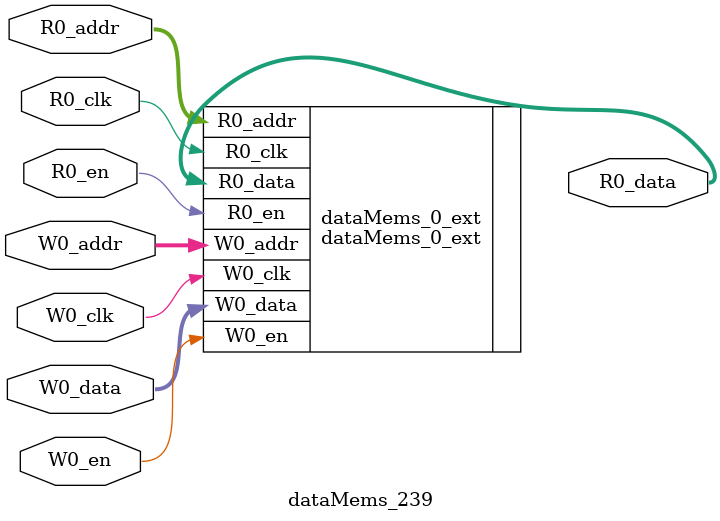
<source format=sv>
`ifndef RANDOMIZE
  `ifdef RANDOMIZE_REG_INIT
    `define RANDOMIZE
  `endif // RANDOMIZE_REG_INIT
`endif // not def RANDOMIZE
`ifndef RANDOMIZE
  `ifdef RANDOMIZE_MEM_INIT
    `define RANDOMIZE
  `endif // RANDOMIZE_MEM_INIT
`endif // not def RANDOMIZE

`ifndef RANDOM
  `define RANDOM $random
`endif // not def RANDOM

// Users can define 'PRINTF_COND' to add an extra gate to prints.
`ifndef PRINTF_COND_
  `ifdef PRINTF_COND
    `define PRINTF_COND_ (`PRINTF_COND)
  `else  // PRINTF_COND
    `define PRINTF_COND_ 1
  `endif // PRINTF_COND
`endif // not def PRINTF_COND_

// Users can define 'ASSERT_VERBOSE_COND' to add an extra gate to assert error printing.
`ifndef ASSERT_VERBOSE_COND_
  `ifdef ASSERT_VERBOSE_COND
    `define ASSERT_VERBOSE_COND_ (`ASSERT_VERBOSE_COND)
  `else  // ASSERT_VERBOSE_COND
    `define ASSERT_VERBOSE_COND_ 1
  `endif // ASSERT_VERBOSE_COND
`endif // not def ASSERT_VERBOSE_COND_

// Users can define 'STOP_COND' to add an extra gate to stop conditions.
`ifndef STOP_COND_
  `ifdef STOP_COND
    `define STOP_COND_ (`STOP_COND)
  `else  // STOP_COND
    `define STOP_COND_ 1
  `endif // STOP_COND
`endif // not def STOP_COND_

// Users can define INIT_RANDOM as general code that gets injected into the
// initializer block for modules with registers.
`ifndef INIT_RANDOM
  `define INIT_RANDOM
`endif // not def INIT_RANDOM

// If using random initialization, you can also define RANDOMIZE_DELAY to
// customize the delay used, otherwise 0.002 is used.
`ifndef RANDOMIZE_DELAY
  `define RANDOMIZE_DELAY 0.002
`endif // not def RANDOMIZE_DELAY

// Define INIT_RANDOM_PROLOG_ for use in our modules below.
`ifndef INIT_RANDOM_PROLOG_
  `ifdef RANDOMIZE
    `ifdef VERILATOR
      `define INIT_RANDOM_PROLOG_ `INIT_RANDOM
    `else  // VERILATOR
      `define INIT_RANDOM_PROLOG_ `INIT_RANDOM #`RANDOMIZE_DELAY begin end
    `endif // VERILATOR
  `else  // RANDOMIZE
    `define INIT_RANDOM_PROLOG_
  `endif // RANDOMIZE
`endif // not def INIT_RANDOM_PROLOG_

// Include register initializers in init blocks unless synthesis is set
`ifndef SYNTHESIS
  `ifndef ENABLE_INITIAL_REG_
    `define ENABLE_INITIAL_REG_
  `endif // not def ENABLE_INITIAL_REG_
`endif // not def SYNTHESIS

// Include rmemory initializers in init blocks unless synthesis is set
`ifndef SYNTHESIS
  `ifndef ENABLE_INITIAL_MEM_
    `define ENABLE_INITIAL_MEM_
  `endif // not def ENABLE_INITIAL_MEM_
`endif // not def SYNTHESIS

module dataMems_239(	// @[generators/ara/src/main/scala/UnsafeAXI4ToTL.scala:365:62]
  input  [4:0]  R0_addr,
  input         R0_en,
  input         R0_clk,
  output [66:0] R0_data,
  input  [4:0]  W0_addr,
  input         W0_en,
  input         W0_clk,
  input  [66:0] W0_data
);

  dataMems_0_ext dataMems_0_ext (	// @[generators/ara/src/main/scala/UnsafeAXI4ToTL.scala:365:62]
    .R0_addr (R0_addr),
    .R0_en   (R0_en),
    .R0_clk  (R0_clk),
    .R0_data (R0_data),
    .W0_addr (W0_addr),
    .W0_en   (W0_en),
    .W0_clk  (W0_clk),
    .W0_data (W0_data)
  );
endmodule


</source>
